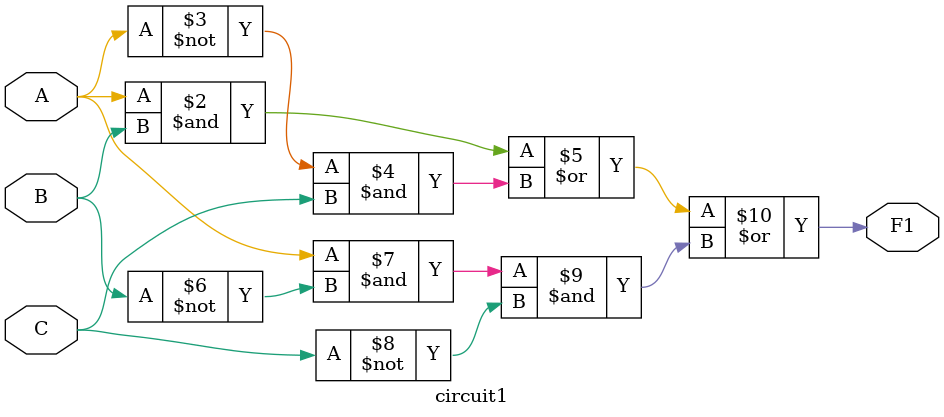
<source format=v>
`timescale 1ns / 1ps


module circuit1(
    input A,
    input B,
    input C,
    output reg F1   // identified as register
    );
    
    always @(A or B or C) begin
        F1 = (A&B) | (~A&C) | (A&~B&~C);
    end
    
endmodule

</source>
